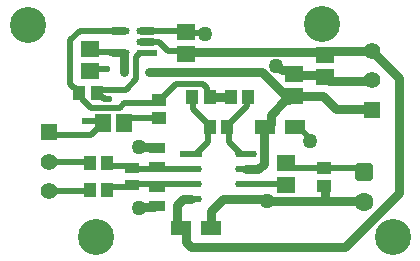
<source format=gtl>
G04*
G04 #@! TF.GenerationSoftware,Altium Limited,Altium Designer,24.3.1 (35)*
G04*
G04 Layer_Physical_Order=1*
G04 Layer_Color=255*
%FSLAX44Y44*%
%MOMM*%
G71*
G04*
G04 #@! TF.SameCoordinates,A55C384A-10D3-4AF3-AD7F-F2B73029A162*
G04*
G04*
G04 #@! TF.FilePolarity,Positive*
G04*
G01*
G75*
%ADD13R,1.2621X1.0046*%
%ADD14R,1.5562X1.4546*%
%ADD15R,1.0046X1.2621*%
%ADD16R,1.4546X1.5562*%
G04:AMPARAMS|DCode=17|XSize=1.8741mm|YSize=0.5421mm|CornerRadius=0.2711mm|HoleSize=0mm|Usage=FLASHONLY|Rotation=0.000|XOffset=0mm|YOffset=0mm|HoleType=Round|Shape=RoundedRectangle|*
%AMROUNDEDRECTD17*
21,1,1.8741,0.0000,0,0,0.0*
21,1,1.3319,0.5421,0,0,0.0*
1,1,0.5421,0.6660,0.0000*
1,1,0.5421,-0.6660,0.0000*
1,1,0.5421,-0.6660,0.0000*
1,1,0.5421,0.6660,0.0000*
%
%ADD17ROUNDEDRECTD17*%
%ADD18R,1.8741X0.5421*%
%ADD19R,1.8000X1.2500*%
G04:AMPARAMS|DCode=20|XSize=1.8052mm|YSize=0.6121mm|CornerRadius=0.3061mm|HoleSize=0mm|Usage=FLASHONLY|Rotation=180.000|XOffset=0mm|YOffset=0mm|HoleType=Round|Shape=RoundedRectangle|*
%AMROUNDEDRECTD20*
21,1,1.8052,0.0000,0,0,180.0*
21,1,1.1931,0.6121,0,0,180.0*
1,1,0.6121,-0.5966,0.0000*
1,1,0.6121,0.5966,0.0000*
1,1,0.6121,0.5966,0.0000*
1,1,0.6121,-0.5966,0.0000*
%
%ADD20ROUNDEDRECTD20*%
%ADD21R,1.8052X0.6121*%
%ADD22R,1.2621X0.9578*%
%ADD23R,1.3500X0.9500*%
%ADD26R,1.4000X1.4000*%
%ADD27C,1.4000*%
%ADD33C,0.7620*%
%ADD34C,0.5080*%
%ADD35C,1.0160*%
G04:AMPARAMS|DCode=36|XSize=1.6mm|YSize=1.6mm|CornerRadius=0.4mm|HoleSize=0mm|Usage=FLASHONLY|Rotation=270.000|XOffset=0mm|YOffset=0mm|HoleType=Round|Shape=RoundedRectangle|*
%AMROUNDEDRECTD36*
21,1,1.6000,0.8000,0,0,270.0*
21,1,0.8000,1.6000,0,0,270.0*
1,1,0.8000,-0.4000,-0.4000*
1,1,0.8000,-0.4000,0.4000*
1,1,0.8000,0.4000,0.4000*
1,1,0.8000,0.4000,-0.4000*
%
%ADD36ROUNDEDRECTD36*%
%ADD37C,1.6000*%
%ADD38C,3.0480*%
%ADD39C,1.2700*%
%ADD40C,0.6000*%
D13*
X557530Y328930D02*
D03*
Y313914D02*
D03*
X417830Y385968D02*
D03*
Y370952D02*
D03*
D14*
X359410Y429628D02*
D03*
Y411112D02*
D03*
X532130Y389522D02*
D03*
Y408038D02*
D03*
X558800Y424548D02*
D03*
Y406032D02*
D03*
X440690Y425082D02*
D03*
Y443598D02*
D03*
X525780Y314592D02*
D03*
Y333108D02*
D03*
D15*
X365648Y392430D02*
D03*
X350632D02*
D03*
X478902Y388620D02*
D03*
X493918D02*
D03*
X461122Y363220D02*
D03*
X476138D02*
D03*
X445994Y388620D02*
D03*
X461010D02*
D03*
X359522Y332740D02*
D03*
X374538D02*
D03*
X359522Y309880D02*
D03*
X374538D02*
D03*
D16*
X370472Y367030D02*
D03*
X388988D02*
D03*
D17*
X491791Y340360D02*
D03*
Y327660D02*
D03*
Y314960D02*
D03*
Y302260D02*
D03*
X445469D02*
D03*
Y314960D02*
D03*
Y327660D02*
D03*
D18*
Y340360D02*
D03*
D19*
X533700Y363220D02*
D03*
X507700D02*
D03*
X462580Y278130D02*
D03*
X436580D02*
D03*
D20*
X384735Y426110D02*
D03*
Y445110D02*
D03*
X407745D02*
D03*
Y435610D02*
D03*
D21*
Y426110D02*
D03*
D22*
X394970Y314038D02*
D03*
Y328582D02*
D03*
D23*
X416560Y296800D02*
D03*
Y312800D02*
D03*
Y345820D02*
D03*
Y329820D02*
D03*
D26*
X325120Y359010D02*
D03*
X598170Y377990D02*
D03*
D27*
X325120Y334010D02*
D03*
Y309010D02*
D03*
X598170Y427990D02*
D03*
Y402990D02*
D03*
D33*
X438268Y278130D02*
X440708Y275690D01*
Y266084D02*
X445172Y261620D01*
X436880Y278130D02*
X438268D01*
X440708Y266084D02*
Y275690D01*
X445172Y261620D02*
X575310D01*
X621030Y307340D01*
Y405130D01*
X598170Y427990D02*
X621030Y405130D01*
X559102Y300688D02*
X589218D01*
X433070Y280570D02*
Y297180D01*
X438150Y302260D01*
X445469D01*
X401320Y294640D02*
X402695D01*
X414350Y295860D02*
X415480Y296990D01*
X403915Y295860D02*
X414350D01*
X402695Y294640D02*
X403915Y295860D01*
X401320Y346710D02*
X401765Y346265D01*
X414845D01*
X415620Y345490D01*
X506625Y302260D02*
X507895Y300990D01*
X491791Y302260D02*
X506625D01*
X507895Y300990D02*
X509270D01*
X509572Y300688D01*
X502266Y327660D02*
X506730Y332124D01*
Y360780D02*
X509170Y363220D01*
X491791Y327660D02*
X502266D01*
X506730Y332124D02*
Y360780D01*
X509170Y363220D02*
X510450D01*
X512890Y365660D01*
X509572Y300688D02*
X557530D01*
X559102D02*
Y312701D01*
X557530Y300990D02*
X557832Y300688D01*
X559102D01*
X532130Y407219D02*
X554539D01*
X598170Y427990D02*
X598170D01*
X562000Y427748D02*
X598000D01*
X562242Y402590D02*
X596844D01*
X558800Y406032D02*
X562242Y402590D01*
X568473Y378460D02*
X599101D01*
X557043Y389890D02*
X568473Y378460D01*
X522054Y411501D02*
X528159D01*
X516890Y415290D02*
X518265D01*
X528159Y411501D02*
X531622Y408038D01*
X518265Y415290D02*
X522054Y411501D01*
X557530Y313914D02*
X557889D01*
X559102Y312701D01*
X531622Y408038D02*
X532130D01*
X556511Y426836D02*
X558800Y424548D01*
X445076Y426836D02*
X556511D01*
X558800Y424548D02*
X562000Y427748D01*
X409356Y410210D02*
X505460D01*
X388620D02*
Y425361D01*
X461010Y388620D02*
X478902D01*
X505460Y410210D02*
X525021Y390649D01*
X525021D01*
X512890Y373745D02*
X525204Y386059D01*
X528667D02*
X532130Y389522D01*
X525204Y386059D02*
X528667D01*
X512890Y365660D02*
Y373745D01*
X532130Y389890D02*
X557043D01*
X472375Y302195D02*
X491725D01*
X462580Y280670D02*
Y292400D01*
X472375Y302195D01*
X554539Y407219D02*
X556260Y405498D01*
D34*
X529958Y328930D02*
X557530D01*
X525780Y333108D02*
X529958Y328930D01*
X589280D02*
X593090Y325120D01*
X557530Y328930D02*
X589280D01*
X358652Y309010D02*
X359522Y309880D01*
X325120Y309010D02*
X358652D01*
X358252Y334010D02*
X359522Y332740D01*
X325120Y334010D02*
X358252D01*
X393352Y330200D02*
X394970Y328582D01*
X374538Y332683D02*
X377021Y330200D01*
X374538Y332683D02*
Y332740D01*
X377021Y330200D02*
X393352D01*
X374538Y309937D02*
X377021Y312420D01*
X394622D01*
X397162Y314960D01*
X374538Y309880D02*
Y309937D01*
X397162Y314960D02*
X417699D01*
X417765Y314895D01*
X417450Y327660D02*
X445469D01*
X416560Y328550D02*
X417450Y327660D01*
X394970D02*
X412020D01*
X407745Y445110D02*
X407944Y444911D01*
X414827Y444730D02*
X440690D01*
X456381Y442779D02*
X457200Y441960D01*
X441509Y442779D02*
X456381D01*
X414646Y444911D02*
X414827Y444730D01*
X440690Y443598D02*
X441509Y442779D01*
X407944Y444911D02*
X414646D01*
X544654Y354506D02*
X544830Y354330D01*
X533700Y363220D02*
X536450D01*
X544654Y354506D02*
Y355016D01*
X536450Y363220D02*
X544654Y355016D01*
X325120Y356870D02*
X360820D01*
X350632Y392430D02*
X353115Y389947D01*
Y387163D02*
Y389947D01*
Y387163D02*
X360500Y379778D01*
X384858D01*
X350632Y392430D02*
Y393717D01*
X414964Y435093D02*
X418138D01*
X438299Y427473D02*
X440690Y425082D01*
X408029Y435411D02*
X414646D01*
X442444Y426836D02*
X445076D01*
X440690Y425082D02*
X442444Y426836D01*
X418138Y435093D02*
X425757Y427473D01*
X414646Y435411D02*
X414964Y435093D01*
X425757Y427473D02*
X438299D01*
X401779Y426110D02*
X407745D01*
X398780Y403860D02*
Y423111D01*
X390020Y395100D02*
X398780Y403860D01*
Y423111D02*
X401779Y426110D01*
X360599Y412301D02*
X374004D01*
X359410Y411112D02*
X360599Y412301D01*
X374004D02*
X374180Y412477D01*
X368131Y395100D02*
X390020D01*
X367030Y392430D02*
Y393999D01*
X368131Y395100D01*
X342900Y399752D02*
Y436880D01*
Y399752D02*
X346452Y396201D01*
X342900Y436880D02*
X351130Y445110D01*
X346452Y396201D02*
X348149D01*
X384858Y379778D02*
X388565Y383485D01*
X416634D01*
X432652Y399503D01*
X392798Y370840D02*
X419100D01*
X388988Y367030D02*
X392798Y370840D01*
X458527Y391103D02*
Y396527D01*
X455551Y399503D02*
X458527Y396527D01*
Y391103D02*
X461010Y388620D01*
X432652Y399503D02*
X455551D01*
X368131Y388659D02*
X370801D01*
X375744Y387526D02*
X375920Y387350D01*
X371934Y387526D02*
X375744D01*
X370801Y388659D02*
X371934Y387526D01*
X365648Y392430D02*
X367030D01*
Y389760D02*
X368131Y388659D01*
X367030Y389760D02*
Y392430D01*
X368300Y368300D02*
X370840Y370840D01*
X369570Y365620D02*
Y367030D01*
X351130Y445110D02*
X384735D01*
X355968Y426720D02*
X379866D01*
X348149Y396201D02*
X350632Y393717D01*
X355600Y368300D02*
X368300D01*
X360820Y356870D02*
X369570Y365620D01*
X491791Y314960D02*
X524904D01*
X492705Y387295D02*
X494030Y388620D01*
X476138Y364507D02*
X492705Y381074D01*
Y387295D01*
X476138Y363220D02*
Y364507D01*
X445770Y388620D02*
X447208Y387182D01*
Y378422D02*
X461122Y364507D01*
Y363220D02*
Y364507D01*
X447208Y378422D02*
Y387182D01*
X477351Y350339D02*
X487330Y340360D01*
X477351Y350339D02*
Y362119D01*
X487330Y340360D02*
X491791D01*
X445469D02*
X449930D01*
X459909Y350339D01*
Y362119D01*
X412020Y327660D02*
X414290Y329930D01*
X443165Y314895D02*
X443230Y314960D01*
X417765Y314895D02*
X443165D01*
X443230Y314960D02*
X445469D01*
D35*
X557530Y328930D02*
X557587Y328873D01*
D36*
X591820Y325120D02*
D03*
D37*
Y299720D02*
D03*
D38*
X307340Y449580D02*
D03*
X556260Y450850D02*
D03*
X615950Y270510D02*
D03*
X364490D02*
D03*
D39*
X401320Y294640D02*
D03*
Y346710D02*
D03*
X546100Y351790D02*
D03*
X516890Y415290D02*
D03*
X457200Y441960D02*
D03*
X509270Y300990D02*
D03*
D40*
X409356Y410210D02*
D03*
X388620D02*
D03*
X374180Y412477D02*
D03*
X375920Y387350D02*
D03*
X355600Y368300D02*
D03*
M02*

</source>
